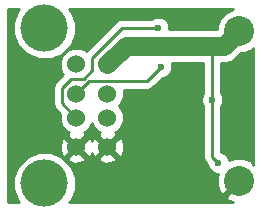
<source format=gbr>
%TF.GenerationSoftware,KiCad,Pcbnew,0.201604071231+6672~43~ubuntu15.10.1-product*%
%TF.CreationDate,2016-04-11T15:25:12+02:00*%
%TF.ProjectId,connector,636F6E6E6563746F722E6B696361645F,rev?*%
%TF.FileFunction,Copper,L2,Bot,Signal*%
%FSLAX46Y46*%
G04 Gerber Fmt 4.6, Leading zero omitted, Abs format (unit mm)*
G04 Created by KiCad (PCBNEW 0.201604071231+6672~43~ubuntu15.10.1-product) date pon, 11 kwi 2016, 15:25:12*
%MOMM*%
G01*
G04 APERTURE LIST*
%ADD10C,0.100000*%
%ADD11C,1.524000*%
%ADD12C,4.000000*%
%ADD13C,2.540000*%
%ADD14C,0.600000*%
%ADD15C,0.250000*%
%ADD16C,1.625600*%
%ADD17C,0.254000*%
G04 APERTURE END LIST*
D10*
D11*
X174244000Y-109530000D03*
X174244000Y-116530000D03*
X174244000Y-112030000D03*
X174244000Y-114030000D03*
X171624000Y-109530000D03*
X171624000Y-116530000D03*
X171624000Y-112030000D03*
X171624000Y-114030000D03*
D12*
X168914000Y-106460000D03*
X168914000Y-119600000D03*
D13*
X185420000Y-119380000D03*
X185420000Y-106680000D03*
D14*
X183642004Y-117856000D03*
X183134000Y-112522000D03*
X185166000Y-113030000D03*
X177292000Y-117856000D03*
X176022000Y-118110000D03*
X174752000Y-118110000D03*
X173482000Y-118110000D03*
X172212000Y-118110000D03*
X178308000Y-117602000D03*
X179832000Y-113030000D03*
X178816000Y-109728000D03*
X178562000Y-106426000D03*
D15*
X183134000Y-112522000D02*
X183134000Y-117347996D01*
X183134000Y-117347996D02*
X183642004Y-117856000D01*
D16*
X175824000Y-107950000D02*
X183134000Y-107950000D01*
X183134000Y-107950000D02*
X184150000Y-107950000D01*
D15*
X183134000Y-112522000D02*
X183134000Y-107950000D01*
D16*
X174244000Y-109530000D02*
X175824000Y-107950000D01*
X184150000Y-107950000D02*
X185420000Y-106680000D01*
D15*
X177292000Y-117856000D02*
X178054000Y-117856000D01*
X178054000Y-117856000D02*
X178308000Y-117602000D01*
X174752000Y-118110000D02*
X176022000Y-118110000D01*
X172212000Y-118110000D02*
X173482000Y-118110000D01*
X179832000Y-113030000D02*
X179832000Y-116078000D01*
X179832000Y-116078000D02*
X178308000Y-117602000D01*
X171624000Y-112030000D02*
X172711001Y-110942999D01*
X172711001Y-110942999D02*
X177601001Y-110942999D01*
X177601001Y-110942999D02*
X178816000Y-109728000D01*
X171624000Y-114030000D02*
X170434000Y-112840000D01*
X175514000Y-106426000D02*
X178562000Y-106426000D01*
X170434000Y-112840000D02*
X170434000Y-111506000D01*
X170434000Y-111506000D02*
X171196000Y-110744000D01*
X171196000Y-110744000D02*
X172273590Y-110744000D01*
X172273590Y-110744000D02*
X172974000Y-110043590D01*
X172974000Y-110043590D02*
X172974000Y-108966000D01*
X172974000Y-108966000D02*
X175514000Y-106426000D01*
D17*
G36*
X166681458Y-104965443D02*
X166279458Y-105933567D01*
X166278543Y-106981834D01*
X166678853Y-107950658D01*
X167419443Y-108692542D01*
X168387567Y-109094542D01*
X169435834Y-109095457D01*
X170404658Y-108695147D01*
X171146542Y-107954557D01*
X171548542Y-106986433D01*
X171549457Y-105938166D01*
X171149147Y-104969342D01*
X171030013Y-104850000D01*
X184860422Y-104850000D01*
X184342314Y-105064078D01*
X183805961Y-105599495D01*
X183515332Y-106299410D01*
X183515155Y-106502200D01*
X179496934Y-106502200D01*
X179497162Y-106240833D01*
X179355117Y-105897057D01*
X179092327Y-105633808D01*
X178748799Y-105491162D01*
X178376833Y-105490838D01*
X178033057Y-105632883D01*
X177999882Y-105666000D01*
X175514000Y-105666000D01*
X175271414Y-105714254D01*
X175223160Y-105723852D01*
X174976599Y-105888599D01*
X172467554Y-108397644D01*
X172416370Y-108346371D01*
X171903100Y-108133243D01*
X171347339Y-108132758D01*
X170833697Y-108344990D01*
X170440371Y-108737630D01*
X170227243Y-109250900D01*
X170226758Y-109806661D01*
X170438990Y-110320303D01*
X170491896Y-110373302D01*
X169896599Y-110968599D01*
X169731852Y-111215161D01*
X169674000Y-111506000D01*
X169674000Y-112840000D01*
X169731852Y-113130839D01*
X169896599Y-113377401D01*
X170239817Y-113720619D01*
X170227243Y-113750900D01*
X170226758Y-114306661D01*
X170438990Y-114820303D01*
X170831630Y-115213629D01*
X170975503Y-115273370D01*
X170892857Y-115307603D01*
X170823392Y-115549787D01*
X171624000Y-116350395D01*
X172424608Y-115549787D01*
X172355143Y-115307603D01*
X172266633Y-115276026D01*
X172414303Y-115215010D01*
X172807629Y-114822370D01*
X172934048Y-114517919D01*
X173058990Y-114820303D01*
X173451630Y-115213629D01*
X173595503Y-115273370D01*
X173512857Y-115307603D01*
X173443392Y-115549787D01*
X174244000Y-116350395D01*
X175044608Y-115549787D01*
X174975143Y-115307603D01*
X174886633Y-115276026D01*
X175034303Y-115215010D01*
X175427629Y-114822370D01*
X175640757Y-114309100D01*
X175641242Y-113753339D01*
X175429010Y-113239697D01*
X175219658Y-113029979D01*
X175427629Y-112822370D01*
X175640757Y-112309100D01*
X175641242Y-111753339D01*
X175620442Y-111702999D01*
X177601001Y-111702999D01*
X177891840Y-111645147D01*
X178138402Y-111480400D01*
X178955680Y-110663122D01*
X179001167Y-110663162D01*
X179344943Y-110521117D01*
X179608192Y-110258327D01*
X179750838Y-109914799D01*
X179751162Y-109542833D01*
X179691236Y-109397800D01*
X182374000Y-109397800D01*
X182374000Y-111959537D01*
X182341808Y-111991673D01*
X182199162Y-112335201D01*
X182198838Y-112707167D01*
X182340883Y-113050943D01*
X182374000Y-113084118D01*
X182374000Y-117347996D01*
X182431852Y-117638835D01*
X182596599Y-117885397D01*
X182706882Y-117995680D01*
X182706842Y-118041167D01*
X182848887Y-118384943D01*
X183111677Y-118648192D01*
X183455205Y-118790838D01*
X183605575Y-118790969D01*
X183505739Y-119051036D01*
X183525564Y-119808632D01*
X183777343Y-120416480D01*
X184072223Y-120548172D01*
X185240395Y-119380000D01*
X185226253Y-119365858D01*
X185405858Y-119186253D01*
X185420000Y-119200395D01*
X185434143Y-119186253D01*
X185613748Y-119365858D01*
X185599605Y-119380000D01*
X185613748Y-119394143D01*
X185434143Y-119573748D01*
X185420000Y-119559605D01*
X184251828Y-120727777D01*
X184383520Y-121022657D01*
X184871540Y-121210000D01*
X171030897Y-121210000D01*
X171146542Y-121094557D01*
X171548542Y-120126433D01*
X171549457Y-119078166D01*
X171149147Y-118109342D01*
X170551064Y-117510213D01*
X170823392Y-117510213D01*
X170892857Y-117752397D01*
X171416302Y-117939144D01*
X171971368Y-117911362D01*
X172355143Y-117752397D01*
X172424608Y-117510213D01*
X173443392Y-117510213D01*
X173512857Y-117752397D01*
X174036302Y-117939144D01*
X174591368Y-117911362D01*
X174975143Y-117752397D01*
X175044608Y-117510213D01*
X174244000Y-116709605D01*
X173443392Y-117510213D01*
X172424608Y-117510213D01*
X171624000Y-116709605D01*
X170823392Y-117510213D01*
X170551064Y-117510213D01*
X170408557Y-117367458D01*
X169440433Y-116965458D01*
X168392166Y-116964543D01*
X167423342Y-117364853D01*
X166681458Y-118105443D01*
X166279458Y-119073567D01*
X166278543Y-120121834D01*
X166678853Y-121090658D01*
X166797987Y-121210000D01*
X165810000Y-121210000D01*
X165810000Y-116322302D01*
X170214856Y-116322302D01*
X170242638Y-116877368D01*
X170401603Y-117261143D01*
X170643787Y-117330608D01*
X171444395Y-116530000D01*
X171803605Y-116530000D01*
X172604213Y-117330608D01*
X172846397Y-117261143D01*
X172927472Y-117033892D01*
X173021603Y-117261143D01*
X173263787Y-117330608D01*
X174064395Y-116530000D01*
X174423605Y-116530000D01*
X175224213Y-117330608D01*
X175466397Y-117261143D01*
X175653144Y-116737698D01*
X175625362Y-116182632D01*
X175466397Y-115798857D01*
X175224213Y-115729392D01*
X174423605Y-116530000D01*
X174064395Y-116530000D01*
X173263787Y-115729392D01*
X173021603Y-115798857D01*
X172940528Y-116026108D01*
X172846397Y-115798857D01*
X172604213Y-115729392D01*
X171803605Y-116530000D01*
X171444395Y-116530000D01*
X170643787Y-115729392D01*
X170401603Y-115798857D01*
X170214856Y-116322302D01*
X165810000Y-116322302D01*
X165810000Y-104850000D01*
X166797103Y-104850000D01*
X166681458Y-104965443D01*
X166681458Y-104965443D01*
G37*
X166681458Y-104965443D02*
X166279458Y-105933567D01*
X166278543Y-106981834D01*
X166678853Y-107950658D01*
X167419443Y-108692542D01*
X168387567Y-109094542D01*
X169435834Y-109095457D01*
X170404658Y-108695147D01*
X171146542Y-107954557D01*
X171548542Y-106986433D01*
X171549457Y-105938166D01*
X171149147Y-104969342D01*
X171030013Y-104850000D01*
X184860422Y-104850000D01*
X184342314Y-105064078D01*
X183805961Y-105599495D01*
X183515332Y-106299410D01*
X183515155Y-106502200D01*
X179496934Y-106502200D01*
X179497162Y-106240833D01*
X179355117Y-105897057D01*
X179092327Y-105633808D01*
X178748799Y-105491162D01*
X178376833Y-105490838D01*
X178033057Y-105632883D01*
X177999882Y-105666000D01*
X175514000Y-105666000D01*
X175271414Y-105714254D01*
X175223160Y-105723852D01*
X174976599Y-105888599D01*
X172467554Y-108397644D01*
X172416370Y-108346371D01*
X171903100Y-108133243D01*
X171347339Y-108132758D01*
X170833697Y-108344990D01*
X170440371Y-108737630D01*
X170227243Y-109250900D01*
X170226758Y-109806661D01*
X170438990Y-110320303D01*
X170491896Y-110373302D01*
X169896599Y-110968599D01*
X169731852Y-111215161D01*
X169674000Y-111506000D01*
X169674000Y-112840000D01*
X169731852Y-113130839D01*
X169896599Y-113377401D01*
X170239817Y-113720619D01*
X170227243Y-113750900D01*
X170226758Y-114306661D01*
X170438990Y-114820303D01*
X170831630Y-115213629D01*
X170975503Y-115273370D01*
X170892857Y-115307603D01*
X170823392Y-115549787D01*
X171624000Y-116350395D01*
X172424608Y-115549787D01*
X172355143Y-115307603D01*
X172266633Y-115276026D01*
X172414303Y-115215010D01*
X172807629Y-114822370D01*
X172934048Y-114517919D01*
X173058990Y-114820303D01*
X173451630Y-115213629D01*
X173595503Y-115273370D01*
X173512857Y-115307603D01*
X173443392Y-115549787D01*
X174244000Y-116350395D01*
X175044608Y-115549787D01*
X174975143Y-115307603D01*
X174886633Y-115276026D01*
X175034303Y-115215010D01*
X175427629Y-114822370D01*
X175640757Y-114309100D01*
X175641242Y-113753339D01*
X175429010Y-113239697D01*
X175219658Y-113029979D01*
X175427629Y-112822370D01*
X175640757Y-112309100D01*
X175641242Y-111753339D01*
X175620442Y-111702999D01*
X177601001Y-111702999D01*
X177891840Y-111645147D01*
X178138402Y-111480400D01*
X178955680Y-110663122D01*
X179001167Y-110663162D01*
X179344943Y-110521117D01*
X179608192Y-110258327D01*
X179750838Y-109914799D01*
X179751162Y-109542833D01*
X179691236Y-109397800D01*
X182374000Y-109397800D01*
X182374000Y-111959537D01*
X182341808Y-111991673D01*
X182199162Y-112335201D01*
X182198838Y-112707167D01*
X182340883Y-113050943D01*
X182374000Y-113084118D01*
X182374000Y-117347996D01*
X182431852Y-117638835D01*
X182596599Y-117885397D01*
X182706882Y-117995680D01*
X182706842Y-118041167D01*
X182848887Y-118384943D01*
X183111677Y-118648192D01*
X183455205Y-118790838D01*
X183605575Y-118790969D01*
X183505739Y-119051036D01*
X183525564Y-119808632D01*
X183777343Y-120416480D01*
X184072223Y-120548172D01*
X185240395Y-119380000D01*
X185226253Y-119365858D01*
X185405858Y-119186253D01*
X185420000Y-119200395D01*
X185434143Y-119186253D01*
X185613748Y-119365858D01*
X185599605Y-119380000D01*
X185613748Y-119394143D01*
X185434143Y-119573748D01*
X185420000Y-119559605D01*
X184251828Y-120727777D01*
X184383520Y-121022657D01*
X184871540Y-121210000D01*
X171030897Y-121210000D01*
X171146542Y-121094557D01*
X171548542Y-120126433D01*
X171549457Y-119078166D01*
X171149147Y-118109342D01*
X170551064Y-117510213D01*
X170823392Y-117510213D01*
X170892857Y-117752397D01*
X171416302Y-117939144D01*
X171971368Y-117911362D01*
X172355143Y-117752397D01*
X172424608Y-117510213D01*
X173443392Y-117510213D01*
X173512857Y-117752397D01*
X174036302Y-117939144D01*
X174591368Y-117911362D01*
X174975143Y-117752397D01*
X175044608Y-117510213D01*
X174244000Y-116709605D01*
X173443392Y-117510213D01*
X172424608Y-117510213D01*
X171624000Y-116709605D01*
X170823392Y-117510213D01*
X170551064Y-117510213D01*
X170408557Y-117367458D01*
X169440433Y-116965458D01*
X168392166Y-116964543D01*
X167423342Y-117364853D01*
X166681458Y-118105443D01*
X166279458Y-119073567D01*
X166278543Y-120121834D01*
X166678853Y-121090658D01*
X166797987Y-121210000D01*
X165810000Y-121210000D01*
X165810000Y-116322302D01*
X170214856Y-116322302D01*
X170242638Y-116877368D01*
X170401603Y-117261143D01*
X170643787Y-117330608D01*
X171444395Y-116530000D01*
X171803605Y-116530000D01*
X172604213Y-117330608D01*
X172846397Y-117261143D01*
X172927472Y-117033892D01*
X173021603Y-117261143D01*
X173263787Y-117330608D01*
X174064395Y-116530000D01*
X174423605Y-116530000D01*
X175224213Y-117330608D01*
X175466397Y-117261143D01*
X175653144Y-116737698D01*
X175625362Y-116182632D01*
X175466397Y-115798857D01*
X175224213Y-115729392D01*
X174423605Y-116530000D01*
X174064395Y-116530000D01*
X173263787Y-115729392D01*
X173021603Y-115798857D01*
X172940528Y-116026108D01*
X172846397Y-115798857D01*
X172604213Y-115729392D01*
X171803605Y-116530000D01*
X171444395Y-116530000D01*
X170643787Y-115729392D01*
X170401603Y-115798857D01*
X170214856Y-116322302D01*
X165810000Y-116322302D01*
X165810000Y-104850000D01*
X166797103Y-104850000D01*
X166681458Y-104965443D01*
G36*
X186615000Y-118005392D02*
X186588171Y-118032221D01*
X186456480Y-117737343D01*
X185748964Y-117465739D01*
X184991368Y-117485564D01*
X184572332Y-117659134D01*
X184435121Y-117327057D01*
X184172331Y-117063808D01*
X183894000Y-116948234D01*
X183894000Y-113084463D01*
X183926192Y-113052327D01*
X184068838Y-112708799D01*
X184069162Y-112336833D01*
X183927117Y-111993057D01*
X183894000Y-111959882D01*
X183894000Y-109397800D01*
X184150000Y-109397800D01*
X184704049Y-109287593D01*
X185173749Y-108973749D01*
X185562373Y-108585125D01*
X185797265Y-108585330D01*
X186497686Y-108295922D01*
X186615000Y-108178813D01*
X186615000Y-118005392D01*
X186615000Y-118005392D01*
G37*
X186615000Y-118005392D02*
X186588171Y-118032221D01*
X186456480Y-117737343D01*
X185748964Y-117465739D01*
X184991368Y-117485564D01*
X184572332Y-117659134D01*
X184435121Y-117327057D01*
X184172331Y-117063808D01*
X183894000Y-116948234D01*
X183894000Y-113084463D01*
X183926192Y-113052327D01*
X184068838Y-112708799D01*
X184069162Y-112336833D01*
X183927117Y-111993057D01*
X183894000Y-111959882D01*
X183894000Y-109397800D01*
X184150000Y-109397800D01*
X184704049Y-109287593D01*
X185173749Y-108973749D01*
X185562373Y-108585125D01*
X185797265Y-108585330D01*
X186497686Y-108295922D01*
X186615000Y-108178813D01*
X186615000Y-118005392D01*
M02*

</source>
